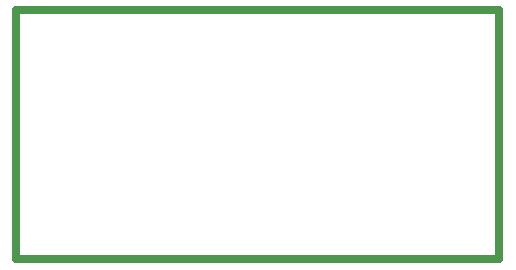
<source format=gm1>
G04 Layer_Color=16711935*
%FSLAX43Y43*%
%MOMM*%
G71*
G01*
G75*
%ADD76C,0.254*%
%ADD126C,0.700*%
D76*
X300Y21495D02*
X41200D01*
Y400D02*
Y21495D01*
X300Y400D02*
X41200D01*
X300D02*
Y21495D01*
D126*
X41200D01*
Y400D02*
Y21495D01*
X300Y400D02*
Y21495D01*
Y400D02*
X41200D01*
M02*

</source>
